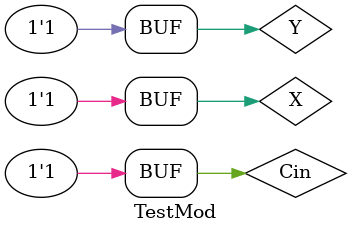
<source format=v>
module ParityMod(Cin, X, Y, Sum);
   input Cin, X, Y;
   output Sum;

   wire xorXY;

   xor(xorXY, X, Y);
   xor(Sum, xorXY, Cin);
endmodule

module MajorityMod(Cin, X, Y, Cout);
   input Cin, X, Y;
   output Cout;

   wire [0:2] and_out;

   and(and_out[0], X, Y);
   and(and_out[1], X, Cin);
   and(and_out[2], Y, Cin);
   or(Cout, and_out[0], and_out[1], and_out[2]);
endmodule

module FullAdderInside(X, Y, Cin, Cout, Sum);

  input Cin, X, Y;
  output Cout, Sum;

  ParityMod my_parity(X, Y, Cin, Sum);
  MajorityMod my_majority(X, Y, Cin, Cout);
 
endmodule

module TestMod;
   reg Cin, X, Y;
   wire Cout, Sum;

   FullAdderInside my_adder(Cin, X, Y, Cout, Sum);

   initial begin
      $display("Time Cin X  Y Cout Sum");
      $display("------------------------------");
      $monitor("%3d   %b  %b %b   %b   %b", $time, Cin, X, Y, Cout, Sum);
   end

   initial begin
      Cin=0; X=0; Y=0; #1;
      Cin=0; X=0; Y=1; #1;
      Cin=0; X=1; Y=0; #1;
      Cin=0; X=1; Y=1; #1;
      Cin=1; X=0; Y=0; #1;
      Cin=1; X=0; Y=1; #1;
      Cin=1; X=1; Y=0; #1;
      Cin=1; X=1; Y=1; #1;
   end
endmodule 

</source>
